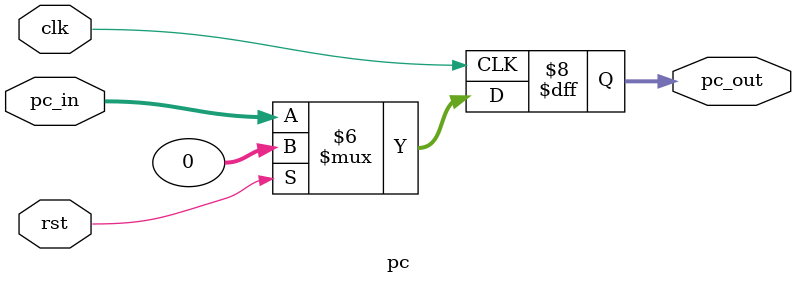
<source format=sv>

module pc 
(
    input  logic        clk,
    input  logic        rst,
    input  logic [31:0] pc_in,
    output logic [31:0] pc_out
);
    logic [31:0] pc_reg [1];

    always_ff @(posedge clk)
    begin
        if(rst)
        begin
            pc_out <= 0;
            pc_reg[0] = 0;
        end
        else
        begin
            pc_out <= pc_in;
            pc_reg[0] = pc_in;
        end
    end

endmodule

</source>
